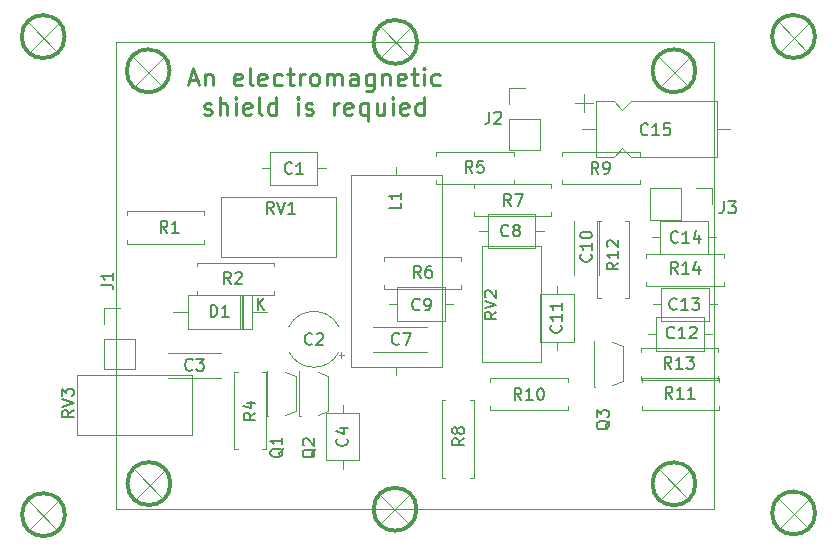
<source format=gbr>
%TF.GenerationSoftware,KiCad,Pcbnew,5.1.9*%
%TF.CreationDate,2021-08-01T18:05:45+02:00*%
%TF.ProjectId,DonwConvertor,446f6e77-436f-46e7-9665-72746f722e6b,rev?*%
%TF.SameCoordinates,Original*%
%TF.FileFunction,Legend,Top*%
%TF.FilePolarity,Positive*%
%FSLAX45Y45*%
G04 Gerber Fmt 4.5, Leading zero omitted, Abs format (unit mm)*
G04 Created by KiCad (PCBNEW 5.1.9) date 2021-08-01 18:05:45*
%MOMM*%
%LPD*%
G01*
G04 APERTURE LIST*
%ADD10C,0.120000*%
%ADD11C,0.300000*%
%ADD12C,0.250000*%
%ADD13C,0.150000*%
G04 APERTURE END LIST*
D10*
X8091170Y-6295390D02*
X7829550Y-6557010D01*
X8077200Y-6557010D02*
X7824470Y-6296660D01*
X8098790Y-2338070D02*
X7837170Y-2599690D01*
X8084820Y-2599690D02*
X7832090Y-2339340D01*
X5598160Y-2471420D02*
X5598160Y-6428740D01*
X10656570Y-2471420D02*
X5598160Y-2471420D01*
X10656570Y-6428740D02*
X10656570Y-2471420D01*
X5600700Y-6428740D02*
X10656570Y-6428740D01*
X6000750Y-6351270D02*
X5748020Y-6090920D01*
D11*
X6055431Y-6211570D02*
G75*
G03*
X6055431Y-6211570I-181681J0D01*
G01*
D10*
X6014720Y-6089650D02*
X5753100Y-6351270D01*
X5994400Y-2856230D02*
X5741670Y-2595880D01*
D11*
X6049081Y-2716530D02*
G75*
G03*
X6049081Y-2716530I-181681J0D01*
G01*
D10*
X6008370Y-2594610D02*
X5746750Y-2856230D01*
X10445750Y-6352540D02*
X10193020Y-6092190D01*
D11*
X10500431Y-6212840D02*
G75*
G03*
X10500431Y-6212840I-181681J0D01*
G01*
D10*
X10459720Y-6090920D02*
X10198100Y-6352540D01*
X10445750Y-2856230D02*
X10193020Y-2595880D01*
D11*
X10500431Y-2716530D02*
G75*
G03*
X10500431Y-2716530I-181681J0D01*
G01*
D10*
X10459720Y-2594610D02*
X10198100Y-2856230D01*
D12*
X6215116Y-2798140D02*
X6286544Y-2798140D01*
X6200830Y-2840997D02*
X6250830Y-2690997D01*
X6300830Y-2840997D01*
X6350830Y-2740997D02*
X6350830Y-2840997D01*
X6350830Y-2755283D02*
X6357973Y-2748140D01*
X6372258Y-2740997D01*
X6393687Y-2740997D01*
X6407973Y-2748140D01*
X6415116Y-2762426D01*
X6415116Y-2840997D01*
X6657973Y-2833854D02*
X6643687Y-2840997D01*
X6615116Y-2840997D01*
X6600830Y-2833854D01*
X6593687Y-2819568D01*
X6593687Y-2762426D01*
X6600830Y-2748140D01*
X6615116Y-2740997D01*
X6643687Y-2740997D01*
X6657973Y-2748140D01*
X6665116Y-2762426D01*
X6665116Y-2776711D01*
X6593687Y-2790997D01*
X6750830Y-2840997D02*
X6736544Y-2833854D01*
X6729401Y-2819568D01*
X6729401Y-2690997D01*
X6865116Y-2833854D02*
X6850830Y-2840997D01*
X6822258Y-2840997D01*
X6807973Y-2833854D01*
X6800830Y-2819568D01*
X6800830Y-2762426D01*
X6807973Y-2748140D01*
X6822258Y-2740997D01*
X6850830Y-2740997D01*
X6865116Y-2748140D01*
X6872258Y-2762426D01*
X6872258Y-2776711D01*
X6800830Y-2790997D01*
X7000830Y-2833854D02*
X6986544Y-2840997D01*
X6957973Y-2840997D01*
X6943687Y-2833854D01*
X6936544Y-2826711D01*
X6929401Y-2812426D01*
X6929401Y-2769569D01*
X6936544Y-2755283D01*
X6943687Y-2748140D01*
X6957973Y-2740997D01*
X6986544Y-2740997D01*
X7000830Y-2748140D01*
X7043687Y-2740997D02*
X7100830Y-2740997D01*
X7065116Y-2690997D02*
X7065116Y-2819568D01*
X7072258Y-2833854D01*
X7086544Y-2840997D01*
X7100830Y-2840997D01*
X7150830Y-2840997D02*
X7150830Y-2740997D01*
X7150830Y-2769569D02*
X7157973Y-2755283D01*
X7165116Y-2748140D01*
X7179401Y-2740997D01*
X7193687Y-2740997D01*
X7265116Y-2840997D02*
X7250830Y-2833854D01*
X7243687Y-2826711D01*
X7236544Y-2812426D01*
X7236544Y-2769569D01*
X7243687Y-2755283D01*
X7250830Y-2748140D01*
X7265116Y-2740997D01*
X7286544Y-2740997D01*
X7300830Y-2748140D01*
X7307973Y-2755283D01*
X7315116Y-2769569D01*
X7315116Y-2812426D01*
X7307973Y-2826711D01*
X7300830Y-2833854D01*
X7286544Y-2840997D01*
X7265116Y-2840997D01*
X7379401Y-2840997D02*
X7379401Y-2740997D01*
X7379401Y-2755283D02*
X7386544Y-2748140D01*
X7400830Y-2740997D01*
X7422258Y-2740997D01*
X7436544Y-2748140D01*
X7443687Y-2762426D01*
X7443687Y-2840997D01*
X7443687Y-2762426D02*
X7450830Y-2748140D01*
X7465116Y-2740997D01*
X7486544Y-2740997D01*
X7500830Y-2748140D01*
X7507973Y-2762426D01*
X7507973Y-2840997D01*
X7643687Y-2840997D02*
X7643687Y-2762426D01*
X7636544Y-2748140D01*
X7622258Y-2740997D01*
X7593687Y-2740997D01*
X7579401Y-2748140D01*
X7643687Y-2833854D02*
X7629401Y-2840997D01*
X7593687Y-2840997D01*
X7579401Y-2833854D01*
X7572258Y-2819568D01*
X7572258Y-2805283D01*
X7579401Y-2790997D01*
X7593687Y-2783854D01*
X7629401Y-2783854D01*
X7643687Y-2776711D01*
X7779401Y-2740997D02*
X7779401Y-2862426D01*
X7772258Y-2876711D01*
X7765116Y-2883854D01*
X7750830Y-2890997D01*
X7729401Y-2890997D01*
X7715116Y-2883854D01*
X7779401Y-2833854D02*
X7765116Y-2840997D01*
X7736544Y-2840997D01*
X7722258Y-2833854D01*
X7715116Y-2826711D01*
X7707973Y-2812426D01*
X7707973Y-2769569D01*
X7715116Y-2755283D01*
X7722258Y-2748140D01*
X7736544Y-2740997D01*
X7765116Y-2740997D01*
X7779401Y-2748140D01*
X7850830Y-2740997D02*
X7850830Y-2840997D01*
X7850830Y-2755283D02*
X7857973Y-2748140D01*
X7872258Y-2740997D01*
X7893687Y-2740997D01*
X7907973Y-2748140D01*
X7915116Y-2762426D01*
X7915116Y-2840997D01*
X8043687Y-2833854D02*
X8029401Y-2840997D01*
X8000830Y-2840997D01*
X7986544Y-2833854D01*
X7979401Y-2819568D01*
X7979401Y-2762426D01*
X7986544Y-2748140D01*
X8000830Y-2740997D01*
X8029401Y-2740997D01*
X8043687Y-2748140D01*
X8050830Y-2762426D01*
X8050830Y-2776711D01*
X7979401Y-2790997D01*
X8093687Y-2740997D02*
X8150830Y-2740997D01*
X8115116Y-2690997D02*
X8115116Y-2819568D01*
X8122258Y-2833854D01*
X8136544Y-2840997D01*
X8150830Y-2840997D01*
X8200830Y-2840997D02*
X8200830Y-2740997D01*
X8200830Y-2690997D02*
X8193687Y-2698140D01*
X8200830Y-2705283D01*
X8207973Y-2698140D01*
X8200830Y-2690997D01*
X8200830Y-2705283D01*
X8336544Y-2833854D02*
X8322258Y-2840997D01*
X8293687Y-2840997D01*
X8279401Y-2833854D01*
X8272258Y-2826711D01*
X8265116Y-2812426D01*
X8265116Y-2769569D01*
X8272258Y-2755283D01*
X8279401Y-2748140D01*
X8293687Y-2740997D01*
X8322258Y-2740997D01*
X8336544Y-2748140D01*
X6343687Y-3083854D02*
X6357973Y-3090997D01*
X6386544Y-3090997D01*
X6400830Y-3083854D01*
X6407973Y-3069568D01*
X6407973Y-3062426D01*
X6400830Y-3048140D01*
X6386544Y-3040997D01*
X6365116Y-3040997D01*
X6350830Y-3033854D01*
X6343687Y-3019568D01*
X6343687Y-3012426D01*
X6350830Y-2998140D01*
X6365116Y-2990997D01*
X6386544Y-2990997D01*
X6400830Y-2998140D01*
X6472258Y-3090997D02*
X6472258Y-2940997D01*
X6536544Y-3090997D02*
X6536544Y-3012426D01*
X6529401Y-2998140D01*
X6515116Y-2990997D01*
X6493687Y-2990997D01*
X6479401Y-2998140D01*
X6472258Y-3005283D01*
X6607973Y-3090997D02*
X6607973Y-2990997D01*
X6607973Y-2940997D02*
X6600830Y-2948140D01*
X6607973Y-2955283D01*
X6615116Y-2948140D01*
X6607973Y-2940997D01*
X6607973Y-2955283D01*
X6736544Y-3083854D02*
X6722258Y-3090997D01*
X6693687Y-3090997D01*
X6679401Y-3083854D01*
X6672258Y-3069568D01*
X6672258Y-3012426D01*
X6679401Y-2998140D01*
X6693687Y-2990997D01*
X6722258Y-2990997D01*
X6736544Y-2998140D01*
X6743687Y-3012426D01*
X6743687Y-3026711D01*
X6672258Y-3040997D01*
X6829401Y-3090997D02*
X6815116Y-3083854D01*
X6807973Y-3069568D01*
X6807973Y-2940997D01*
X6950830Y-3090997D02*
X6950830Y-2940997D01*
X6950830Y-3083854D02*
X6936544Y-3090997D01*
X6907973Y-3090997D01*
X6893687Y-3083854D01*
X6886544Y-3076711D01*
X6879401Y-3062426D01*
X6879401Y-3019568D01*
X6886544Y-3005283D01*
X6893687Y-2998140D01*
X6907973Y-2990997D01*
X6936544Y-2990997D01*
X6950830Y-2998140D01*
X7136544Y-3090997D02*
X7136544Y-2990997D01*
X7136544Y-2940997D02*
X7129401Y-2948140D01*
X7136544Y-2955283D01*
X7143687Y-2948140D01*
X7136544Y-2940997D01*
X7136544Y-2955283D01*
X7200830Y-3083854D02*
X7215116Y-3090997D01*
X7243687Y-3090997D01*
X7257973Y-3083854D01*
X7265116Y-3069568D01*
X7265116Y-3062426D01*
X7257973Y-3048140D01*
X7243687Y-3040997D01*
X7222258Y-3040997D01*
X7207973Y-3033854D01*
X7200830Y-3019568D01*
X7200830Y-3012426D01*
X7207973Y-2998140D01*
X7222258Y-2990997D01*
X7243687Y-2990997D01*
X7257973Y-2998140D01*
X7443687Y-3090997D02*
X7443687Y-2990997D01*
X7443687Y-3019568D02*
X7450830Y-3005283D01*
X7457973Y-2998140D01*
X7472258Y-2990997D01*
X7486544Y-2990997D01*
X7593687Y-3083854D02*
X7579401Y-3090997D01*
X7550830Y-3090997D01*
X7536544Y-3083854D01*
X7529401Y-3069568D01*
X7529401Y-3012426D01*
X7536544Y-2998140D01*
X7550830Y-2990997D01*
X7579401Y-2990997D01*
X7593687Y-2998140D01*
X7600830Y-3012426D01*
X7600830Y-3026711D01*
X7529401Y-3040997D01*
X7729401Y-2990997D02*
X7729401Y-3140997D01*
X7729401Y-3083854D02*
X7715116Y-3090997D01*
X7686544Y-3090997D01*
X7672258Y-3083854D01*
X7665116Y-3076711D01*
X7657973Y-3062426D01*
X7657973Y-3019568D01*
X7665116Y-3005283D01*
X7672258Y-2998140D01*
X7686544Y-2990997D01*
X7715116Y-2990997D01*
X7729401Y-2998140D01*
X7865116Y-2990997D02*
X7865116Y-3090997D01*
X7800830Y-2990997D02*
X7800830Y-3069568D01*
X7807973Y-3083854D01*
X7822258Y-3090997D01*
X7843687Y-3090997D01*
X7857973Y-3083854D01*
X7865116Y-3076711D01*
X7936544Y-3090997D02*
X7936544Y-2990997D01*
X7936544Y-2940997D02*
X7929401Y-2948140D01*
X7936544Y-2955283D01*
X7943687Y-2948140D01*
X7936544Y-2940997D01*
X7936544Y-2955283D01*
X8065116Y-3083854D02*
X8050830Y-3090997D01*
X8022258Y-3090997D01*
X8007973Y-3083854D01*
X8000830Y-3069568D01*
X8000830Y-3012426D01*
X8007973Y-2998140D01*
X8022258Y-2990997D01*
X8050830Y-2990997D01*
X8065116Y-2998140D01*
X8072258Y-3012426D01*
X8072258Y-3026711D01*
X8000830Y-3040997D01*
X8200830Y-3090997D02*
X8200830Y-2940997D01*
X8200830Y-3083854D02*
X8186544Y-3090997D01*
X8157973Y-3090997D01*
X8143687Y-3083854D01*
X8136544Y-3076711D01*
X8129401Y-3062426D01*
X8129401Y-3019568D01*
X8136544Y-3005283D01*
X8143687Y-2998140D01*
X8157973Y-2990997D01*
X8186544Y-2990997D01*
X8200830Y-2998140D01*
D10*
X5115560Y-6348730D02*
X4853940Y-6610350D01*
X5101590Y-6610350D02*
X4848860Y-6350000D01*
X11459210Y-6598920D02*
X11206480Y-6338570D01*
D11*
X11513891Y-6459220D02*
G75*
G03*
X11513891Y-6459220I-181681J0D01*
G01*
D10*
X11473180Y-6337300D02*
X11211560Y-6598920D01*
X11471910Y-2303780D02*
X11210290Y-2565400D01*
D11*
X11512621Y-2425700D02*
G75*
G03*
X11512621Y-2425700I-181681J0D01*
G01*
D10*
X11457940Y-2565400D02*
X11205210Y-2305050D01*
D11*
X5162621Y-6474460D02*
G75*
G03*
X5162621Y-6474460I-181681J0D01*
G01*
D10*
X5105400Y-2566670D02*
X4852670Y-2306320D01*
X5119370Y-2305050D02*
X4857750Y-2566670D01*
D11*
X5160081Y-2426970D02*
G75*
G03*
X5160081Y-2426970I-181681J0D01*
G01*
X8139430Y-6428740D02*
G75*
G03*
X8139430Y-6428740I-181681J0D01*
G01*
X8144510Y-2471420D02*
G75*
G03*
X8144510Y-2471420I-185491J0D01*
G01*
D10*
%TO.C,J2*%
X8920830Y-3382930D02*
X9186830Y-3382930D01*
X8920830Y-3122930D02*
X8920830Y-3382930D01*
X9186830Y-3122930D02*
X9186830Y-3382930D01*
X8920830Y-3122930D02*
X9186830Y-3122930D01*
X8920830Y-2995930D02*
X8920830Y-2862930D01*
X8920830Y-2862930D02*
X9053830Y-2862930D01*
%TO.C,R9*%
X10028530Y-3676490D02*
X10028530Y-3643490D01*
X9374530Y-3676490D02*
X10028530Y-3676490D01*
X9374530Y-3643490D02*
X9374530Y-3676490D01*
X10028530Y-3402490D02*
X10028530Y-3435490D01*
X9374530Y-3402490D02*
X10028530Y-3402490D01*
X9374530Y-3435490D02*
X9374530Y-3402490D01*
%TO.C,R5*%
X8961730Y-3643490D02*
X8961730Y-3676490D01*
X8961730Y-3676490D02*
X8307730Y-3676490D01*
X8307730Y-3676490D02*
X8307730Y-3643490D01*
X8961730Y-3435490D02*
X8961730Y-3402490D01*
X8961730Y-3402490D02*
X8307730Y-3402490D01*
X8307730Y-3402490D02*
X8307730Y-3435490D01*
%TO.C,C11*%
X9186150Y-5014380D02*
X9470150Y-5014380D01*
X9470150Y-5014380D02*
X9470150Y-4610380D01*
X9470150Y-4610380D02*
X9186150Y-4610380D01*
X9186150Y-4610380D02*
X9186150Y-5014380D01*
X9328150Y-5083380D02*
X9328150Y-5014380D01*
X9328150Y-4541380D02*
X9328150Y-4610380D01*
%TO.C,R7*%
X9276690Y-3947000D02*
X9276690Y-3914000D01*
X8622690Y-3947000D02*
X9276690Y-3947000D01*
X8622690Y-3914000D02*
X8622690Y-3947000D01*
X9276690Y-3673000D02*
X9276690Y-3706000D01*
X8622690Y-3673000D02*
X9276690Y-3673000D01*
X8622690Y-3706000D02*
X8622690Y-3673000D01*
%TO.C,C8*%
X8741690Y-3930890D02*
X8741690Y-4214890D01*
X8741690Y-4214890D02*
X9145690Y-4214890D01*
X9145690Y-4214890D02*
X9145690Y-3930890D01*
X9145690Y-3930890D02*
X8741690Y-3930890D01*
X8672690Y-4072890D02*
X8741690Y-4072890D01*
X9214690Y-4072890D02*
X9145690Y-4072890D01*
%TO.C,RV2*%
X9196840Y-5181150D02*
X9196840Y-4204150D01*
X8689840Y-5181150D02*
X8689840Y-4204150D01*
X9196840Y-4204150D02*
X8689840Y-4204150D01*
X9196840Y-5181150D02*
X8689840Y-5181150D01*
%TO.C,C9*%
X7904910Y-4692650D02*
X7973910Y-4692650D01*
X8446910Y-4692650D02*
X8377910Y-4692650D01*
X7973910Y-4834650D02*
X8377910Y-4834650D01*
X7973910Y-4550650D02*
X7973910Y-4834650D01*
X8377910Y-4550650D02*
X7973910Y-4550650D01*
X8377910Y-4834650D02*
X8377910Y-4550650D01*
%TO.C,R11*%
X10047630Y-5348110D02*
X10047630Y-5315110D01*
X10047630Y-5315110D02*
X10701630Y-5315110D01*
X10701630Y-5315110D02*
X10701630Y-5348110D01*
X10047630Y-5556110D02*
X10047630Y-5589110D01*
X10047630Y-5589110D02*
X10701630Y-5589110D01*
X10701630Y-5589110D02*
X10701630Y-5556110D01*
%TO.C,D1*%
X6669730Y-4905690D02*
X6669730Y-4611690D01*
X6645730Y-4905690D02*
X6645730Y-4611690D01*
X6657730Y-4905690D02*
X6657730Y-4611690D01*
X6081730Y-4758690D02*
X6203730Y-4758690D01*
X6869730Y-4758690D02*
X6747730Y-4758690D01*
X6203730Y-4905690D02*
X6747730Y-4905690D01*
X6203730Y-4611690D02*
X6203730Y-4905690D01*
X6747730Y-4611690D02*
X6203730Y-4611690D01*
X6747730Y-4905690D02*
X6747730Y-4611690D01*
%TO.C,L1*%
X7967980Y-5292710D02*
X7967980Y-5222710D01*
X7967980Y-3528710D02*
X7967980Y-3598710D01*
X8354980Y-5222710D02*
X8354980Y-3598710D01*
X7580980Y-5222710D02*
X8354980Y-5222710D01*
X7580980Y-3598710D02*
X7580980Y-5222710D01*
X8354980Y-3598710D02*
X7580980Y-3598710D01*
%TO.C,J1*%
X5491830Y-4723480D02*
X5624830Y-4723480D01*
X5491830Y-4856480D02*
X5491830Y-4723480D01*
X5491830Y-4983480D02*
X5757830Y-4983480D01*
X5757830Y-4983480D02*
X5757830Y-5243480D01*
X5491830Y-4983480D02*
X5491830Y-5243480D01*
X5491830Y-5243480D02*
X5757830Y-5243480D01*
%TO.C,C15*%
X10795590Y-3211830D02*
X10681590Y-3211830D01*
X9543590Y-3211830D02*
X9657590Y-3211830D01*
X9957590Y-3448830D02*
X10681590Y-3448830D01*
X9882590Y-3373830D02*
X9957590Y-3448830D01*
X9807590Y-3448830D02*
X9882590Y-3373830D01*
X9657590Y-3448830D02*
X9807590Y-3448830D01*
X9957590Y-2974830D02*
X10681590Y-2974830D01*
X9882590Y-3049830D02*
X9957590Y-2974830D01*
X9807590Y-2974830D02*
X9882590Y-3049830D01*
X9657590Y-2974830D02*
X9807590Y-2974830D01*
X10681590Y-2974830D02*
X10681590Y-3448830D01*
X9657590Y-2974830D02*
X9657590Y-3448830D01*
X9557590Y-2916830D02*
X9557590Y-3066830D01*
X9482590Y-2991830D02*
X9632590Y-2991830D01*
%TO.C,R2*%
X6280810Y-4339750D02*
X6280810Y-4372750D01*
X6934810Y-4339750D02*
X6280810Y-4339750D01*
X6934810Y-4372750D02*
X6934810Y-4339750D01*
X6280810Y-4613750D02*
X6280810Y-4580750D01*
X6934810Y-4613750D02*
X6280810Y-4613750D01*
X6934810Y-4580750D02*
X6934810Y-4613750D01*
%TO.C,RV1*%
X7458260Y-3788910D02*
X7458260Y-4295910D01*
X6481260Y-3788910D02*
X6481260Y-4295910D01*
X7458260Y-4295910D02*
X6481260Y-4295910D01*
X7458260Y-3788910D02*
X6481260Y-3788910D01*
%TO.C,C14*%
X10676460Y-4127500D02*
X10607460Y-4127500D01*
X10134460Y-4127500D02*
X10203460Y-4127500D01*
X10607460Y-3985500D02*
X10203460Y-3985500D01*
X10607460Y-4269500D02*
X10607460Y-3985500D01*
X10203460Y-4269500D02*
X10607460Y-4269500D01*
X10203460Y-3985500D02*
X10203460Y-4269500D01*
%TO.C,C4*%
X7514590Y-6084140D02*
X7514590Y-6015140D01*
X7514590Y-5542140D02*
X7514590Y-5611140D01*
X7656590Y-6015140D02*
X7656590Y-5611140D01*
X7372590Y-6015140D02*
X7656590Y-6015140D01*
X7372590Y-5611140D02*
X7372590Y-6015140D01*
X7656590Y-5611140D02*
X7372590Y-5611140D01*
%TO.C,C1*%
X7300950Y-3684030D02*
X7300950Y-3400030D01*
X7300950Y-3400030D02*
X6896950Y-3400030D01*
X6896950Y-3400030D02*
X6896950Y-3684030D01*
X6896950Y-3684030D02*
X7300950Y-3684030D01*
X7369950Y-3542030D02*
X7300950Y-3542030D01*
X6827950Y-3542030D02*
X6896950Y-3542030D01*
%TO.C,C12*%
X10166630Y-4800840D02*
X10166630Y-5084840D01*
X10166630Y-5084840D02*
X10570630Y-5084840D01*
X10570630Y-5084840D02*
X10570630Y-4800840D01*
X10570630Y-4800840D02*
X10166630Y-4800840D01*
X10097630Y-4942840D02*
X10166630Y-4942840D01*
X10639630Y-4942840D02*
X10570630Y-4942840D01*
%TO.C,Q3*%
X9639390Y-5004840D02*
X9639390Y-5389840D01*
X9639390Y-5389840D02*
X9654390Y-5392840D01*
X9794390Y-5377840D02*
X9884390Y-5344840D01*
X9884390Y-5344840D02*
X9884390Y-5049840D01*
X9884390Y-5049840D02*
X9794390Y-5012840D01*
%TO.C,R1*%
X6342990Y-4146410D02*
X6342990Y-4179410D01*
X6342990Y-4179410D02*
X5688990Y-4179410D01*
X5688990Y-4179410D02*
X5688990Y-4146410D01*
X6342990Y-3938410D02*
X6342990Y-3905410D01*
X6342990Y-3905410D02*
X5688990Y-3905410D01*
X5688990Y-3905410D02*
X5688990Y-3938410D01*
%TO.C,R4*%
X6833730Y-5268620D02*
X6866730Y-5268620D01*
X6866730Y-5268620D02*
X6866730Y-5922620D01*
X6866730Y-5922620D02*
X6833730Y-5922620D01*
X6625730Y-5268620D02*
X6592730Y-5268620D01*
X6592730Y-5268620D02*
X6592730Y-5922620D01*
X6592730Y-5922620D02*
X6625730Y-5922620D01*
%TO.C,R10*%
X8764930Y-5315110D02*
X8764930Y-5348110D01*
X9418930Y-5315110D02*
X8764930Y-5315110D01*
X9418930Y-5348110D02*
X9418930Y-5315110D01*
X8764930Y-5589110D02*
X8764930Y-5556110D01*
X9418930Y-5589110D02*
X8764930Y-5589110D01*
X9418930Y-5556110D02*
X9418930Y-5589110D01*
%TO.C,R13*%
X10038740Y-5094110D02*
X10038740Y-5061110D01*
X10038740Y-5061110D02*
X10692740Y-5061110D01*
X10692740Y-5061110D02*
X10692740Y-5094110D01*
X10038740Y-5302110D02*
X10038740Y-5335110D01*
X10038740Y-5335110D02*
X10692740Y-5335110D01*
X10692740Y-5335110D02*
X10692740Y-5302110D01*
%TO.C,J3*%
X10639710Y-3712560D02*
X10639710Y-3845560D01*
X10506710Y-3712560D02*
X10639710Y-3712560D01*
X10379710Y-3712560D02*
X10379710Y-3978560D01*
X10379710Y-3978560D02*
X10119710Y-3978560D01*
X10379710Y-3712560D02*
X10119710Y-3712560D01*
X10119710Y-3712560D02*
X10119710Y-3978560D01*
%TO.C,Q1*%
X7115790Y-5300030D02*
X7025790Y-5263030D01*
X7115790Y-5595030D02*
X7115790Y-5300030D01*
X7025790Y-5628030D02*
X7115790Y-5595030D01*
X6870790Y-5640030D02*
X6885790Y-5643030D01*
X6870790Y-5255030D02*
X6870790Y-5640030D01*
%TO.C,Q2*%
X7146380Y-5255030D02*
X7146380Y-5640030D01*
X7146380Y-5640030D02*
X7161380Y-5643030D01*
X7301380Y-5628030D02*
X7391380Y-5595030D01*
X7391380Y-5595030D02*
X7391380Y-5300030D01*
X7391380Y-5300030D02*
X7301380Y-5263030D01*
%TO.C,C2*%
X7502169Y-5145830D02*
X7502169Y-5100830D01*
X7524669Y-5123330D02*
X7479669Y-5123330D01*
X7058966Y-5095830D02*
G75*
G03*
X7482914Y-5095830I211974J106000D01*
G01*
X7058966Y-4883830D02*
G75*
G02*
X7482914Y-4883830I211974J-106000D01*
G01*
%TO.C,C3*%
X6031750Y-5104040D02*
X6031750Y-5102540D01*
X6031750Y-5316540D02*
X6031750Y-5315040D01*
X6485750Y-5104040D02*
X6485750Y-5102540D01*
X6485750Y-5316540D02*
X6485750Y-5315040D01*
X6485750Y-5102540D02*
X6031750Y-5102540D01*
X6485750Y-5316540D02*
X6031750Y-5316540D01*
%TO.C,R6*%
X8514690Y-4565490D02*
X8514690Y-4532490D01*
X7860690Y-4565490D02*
X8514690Y-4565490D01*
X7860690Y-4532490D02*
X7860690Y-4565490D01*
X8514690Y-4291490D02*
X8514690Y-4324490D01*
X7860690Y-4291490D02*
X8514690Y-4291490D01*
X7860690Y-4324490D02*
X7860690Y-4291490D01*
%TO.C,RV3*%
X5264600Y-5800860D02*
X6241600Y-5800860D01*
X5264600Y-5293860D02*
X6241600Y-5293860D01*
X6241600Y-5800860D02*
X6241600Y-5293860D01*
X5264600Y-5800860D02*
X5264600Y-5293860D01*
%TO.C,C7*%
X8225270Y-5098100D02*
X7771270Y-5098100D01*
X8225270Y-4884100D02*
X7771270Y-4884100D01*
X8225270Y-5098100D02*
X8225270Y-5096600D01*
X8225270Y-4885600D02*
X8225270Y-4884100D01*
X7771270Y-5098100D02*
X7771270Y-5096600D01*
X7771270Y-4885600D02*
X7771270Y-4884100D01*
%TO.C,R8*%
X8592680Y-5506110D02*
X8625680Y-5506110D01*
X8625680Y-5506110D02*
X8625680Y-6160110D01*
X8625680Y-6160110D02*
X8592680Y-6160110D01*
X8384680Y-5506110D02*
X8351680Y-5506110D01*
X8351680Y-5506110D02*
X8351680Y-6160110D01*
X8351680Y-6160110D02*
X8384680Y-6160110D01*
%TO.C,C10*%
X9475380Y-4444480D02*
X9473880Y-4444480D01*
X9687880Y-4444480D02*
X9686380Y-4444480D01*
X9475380Y-3990480D02*
X9473880Y-3990480D01*
X9687880Y-3990480D02*
X9686380Y-3990480D01*
X9473880Y-3990480D02*
X9473880Y-4444480D01*
X9687880Y-3990480D02*
X9687880Y-4444480D01*
%TO.C,C13*%
X10142650Y-4695190D02*
X10211650Y-4695190D01*
X10684650Y-4695190D02*
X10615650Y-4695190D01*
X10211650Y-4837190D02*
X10615650Y-4837190D01*
X10211650Y-4553190D02*
X10211650Y-4837190D01*
X10615650Y-4553190D02*
X10211650Y-4553190D01*
X10615650Y-4837190D02*
X10615650Y-4553190D01*
%TO.C,R12*%
X9664860Y-4641190D02*
X9697860Y-4641190D01*
X9664860Y-3987190D02*
X9664860Y-4641190D01*
X9697860Y-3987190D02*
X9664860Y-3987190D01*
X9938860Y-4641190D02*
X9905860Y-4641190D01*
X9938860Y-3987190D02*
X9938860Y-4641190D01*
X9905860Y-3987190D02*
X9938860Y-3987190D01*
%TO.C,R14*%
X10739730Y-4507090D02*
X10739730Y-4540090D01*
X10739730Y-4540090D02*
X10085730Y-4540090D01*
X10085730Y-4540090D02*
X10085730Y-4507090D01*
X10739730Y-4299090D02*
X10739730Y-4266090D01*
X10739730Y-4266090D02*
X10085730Y-4266090D01*
X10085730Y-4266090D02*
X10085730Y-4299090D01*
%TO.C,J2*%
D13*
X8756337Y-3063088D02*
X8756337Y-3134517D01*
X8751575Y-3148802D01*
X8742051Y-3158326D01*
X8727765Y-3163088D01*
X8718241Y-3163088D01*
X8799194Y-3072612D02*
X8803956Y-3067850D01*
X8813480Y-3063088D01*
X8837289Y-3063088D01*
X8846813Y-3067850D01*
X8851575Y-3072612D01*
X8856337Y-3082136D01*
X8856337Y-3091659D01*
X8851575Y-3105945D01*
X8794432Y-3163088D01*
X8856337Y-3163088D01*
%TO.C,R9*%
X9679783Y-3589808D02*
X9646450Y-3542189D01*
X9622640Y-3589808D02*
X9622640Y-3489808D01*
X9660736Y-3489808D01*
X9670260Y-3494570D01*
X9675021Y-3499332D01*
X9679783Y-3508856D01*
X9679783Y-3523141D01*
X9675021Y-3532665D01*
X9670260Y-3537427D01*
X9660736Y-3542189D01*
X9622640Y-3542189D01*
X9727402Y-3589808D02*
X9746450Y-3589808D01*
X9755974Y-3585046D01*
X9760736Y-3580284D01*
X9770260Y-3565998D01*
X9775021Y-3546951D01*
X9775021Y-3508856D01*
X9770260Y-3499332D01*
X9765498Y-3494570D01*
X9755974Y-3489808D01*
X9736926Y-3489808D01*
X9727402Y-3494570D01*
X9722640Y-3499332D01*
X9717879Y-3508856D01*
X9717879Y-3532665D01*
X9722640Y-3542189D01*
X9727402Y-3546951D01*
X9736926Y-3551713D01*
X9755974Y-3551713D01*
X9765498Y-3546951D01*
X9770260Y-3542189D01*
X9775021Y-3532665D01*
%TO.C,R5*%
X8612983Y-3579648D02*
X8579650Y-3532029D01*
X8555840Y-3579648D02*
X8555840Y-3479648D01*
X8593936Y-3479648D01*
X8603460Y-3484410D01*
X8608221Y-3489172D01*
X8612983Y-3498696D01*
X8612983Y-3512981D01*
X8608221Y-3522505D01*
X8603460Y-3527267D01*
X8593936Y-3532029D01*
X8555840Y-3532029D01*
X8703460Y-3479648D02*
X8655840Y-3479648D01*
X8651079Y-3527267D01*
X8655840Y-3522505D01*
X8665364Y-3517743D01*
X8689174Y-3517743D01*
X8698698Y-3522505D01*
X8703460Y-3527267D01*
X8708221Y-3536791D01*
X8708221Y-3560600D01*
X8703460Y-3570124D01*
X8698698Y-3574886D01*
X8689174Y-3579648D01*
X8665364Y-3579648D01*
X8655840Y-3574886D01*
X8651079Y-3570124D01*
%TO.C,C11*%
X9360054Y-4871236D02*
X9364816Y-4875998D01*
X9369578Y-4890283D01*
X9369578Y-4899807D01*
X9364816Y-4914093D01*
X9355292Y-4923617D01*
X9345769Y-4928379D01*
X9326721Y-4933140D01*
X9312435Y-4933140D01*
X9293388Y-4928379D01*
X9283864Y-4923617D01*
X9274340Y-4914093D01*
X9269578Y-4899807D01*
X9269578Y-4890283D01*
X9274340Y-4875998D01*
X9279102Y-4871236D01*
X9369578Y-4775998D02*
X9369578Y-4833140D01*
X9369578Y-4804569D02*
X9269578Y-4804569D01*
X9283864Y-4814093D01*
X9293388Y-4823617D01*
X9298150Y-4833140D01*
X9369578Y-4680760D02*
X9369578Y-4737902D01*
X9369578Y-4709331D02*
X9269578Y-4709331D01*
X9283864Y-4718855D01*
X9293388Y-4728379D01*
X9298150Y-4737902D01*
%TO.C,R7*%
X8938103Y-3860318D02*
X8904770Y-3812699D01*
X8880960Y-3860318D02*
X8880960Y-3760318D01*
X8919056Y-3760318D01*
X8928580Y-3765080D01*
X8933341Y-3769842D01*
X8938103Y-3779366D01*
X8938103Y-3793651D01*
X8933341Y-3803175D01*
X8928580Y-3807937D01*
X8919056Y-3812699D01*
X8880960Y-3812699D01*
X8971437Y-3760318D02*
X9038103Y-3760318D01*
X8995246Y-3860318D01*
%TO.C,C8*%
X8917783Y-4108604D02*
X8913021Y-4113366D01*
X8898736Y-4118128D01*
X8889212Y-4118128D01*
X8874926Y-4113366D01*
X8865402Y-4103842D01*
X8860640Y-4094318D01*
X8855879Y-4075271D01*
X8855879Y-4060985D01*
X8860640Y-4041938D01*
X8865402Y-4032414D01*
X8874926Y-4022890D01*
X8889212Y-4018128D01*
X8898736Y-4018128D01*
X8913021Y-4022890D01*
X8917783Y-4027652D01*
X8974926Y-4060985D02*
X8965402Y-4056223D01*
X8960640Y-4051461D01*
X8955879Y-4041938D01*
X8955879Y-4037176D01*
X8960640Y-4027652D01*
X8965402Y-4022890D01*
X8974926Y-4018128D01*
X8993974Y-4018128D01*
X9003498Y-4022890D01*
X9008260Y-4027652D01*
X9013021Y-4037176D01*
X9013021Y-4041938D01*
X9008260Y-4051461D01*
X9003498Y-4056223D01*
X8993974Y-4060985D01*
X8974926Y-4060985D01*
X8965402Y-4065747D01*
X8960640Y-4070509D01*
X8955879Y-4080033D01*
X8955879Y-4099080D01*
X8960640Y-4108604D01*
X8965402Y-4113366D01*
X8974926Y-4118128D01*
X8993974Y-4118128D01*
X9003498Y-4113366D01*
X9008260Y-4108604D01*
X9013021Y-4099080D01*
X9013021Y-4080033D01*
X9008260Y-4070509D01*
X9003498Y-4065747D01*
X8993974Y-4060985D01*
%TO.C,RV2*%
X8815858Y-4757254D02*
X8768239Y-4790587D01*
X8815858Y-4814397D02*
X8715858Y-4814397D01*
X8715858Y-4776301D01*
X8720620Y-4766778D01*
X8725382Y-4762016D01*
X8734906Y-4757254D01*
X8749191Y-4757254D01*
X8758715Y-4762016D01*
X8763477Y-4766778D01*
X8768239Y-4776301D01*
X8768239Y-4814397D01*
X8715858Y-4728682D02*
X8815858Y-4695349D01*
X8715858Y-4662016D01*
X8725382Y-4633444D02*
X8720620Y-4628682D01*
X8715858Y-4619159D01*
X8715858Y-4595349D01*
X8720620Y-4585825D01*
X8725382Y-4581063D01*
X8734906Y-4576301D01*
X8744430Y-4576301D01*
X8758715Y-4581063D01*
X8815858Y-4638206D01*
X8815858Y-4576301D01*
%TO.C,C9*%
X8165943Y-4735984D02*
X8161181Y-4740746D01*
X8146896Y-4745508D01*
X8137372Y-4745508D01*
X8123086Y-4740746D01*
X8113562Y-4731222D01*
X8108800Y-4721699D01*
X8104038Y-4702651D01*
X8104038Y-4688365D01*
X8108800Y-4669318D01*
X8113562Y-4659794D01*
X8123086Y-4650270D01*
X8137372Y-4645508D01*
X8146896Y-4645508D01*
X8161181Y-4650270D01*
X8165943Y-4655032D01*
X8213562Y-4745508D02*
X8232610Y-4745508D01*
X8242134Y-4740746D01*
X8246896Y-4735984D01*
X8256419Y-4721699D01*
X8261181Y-4702651D01*
X8261181Y-4664556D01*
X8256419Y-4655032D01*
X8251658Y-4650270D01*
X8242134Y-4645508D01*
X8223086Y-4645508D01*
X8213562Y-4650270D01*
X8208800Y-4655032D01*
X8204038Y-4664556D01*
X8204038Y-4688365D01*
X8208800Y-4697889D01*
X8213562Y-4702651D01*
X8223086Y-4707413D01*
X8242134Y-4707413D01*
X8251658Y-4702651D01*
X8256419Y-4697889D01*
X8261181Y-4688365D01*
%TO.C,R11*%
X10305264Y-5492268D02*
X10271931Y-5444649D01*
X10248121Y-5492268D02*
X10248121Y-5392268D01*
X10286217Y-5392268D01*
X10295740Y-5397030D01*
X10300502Y-5401792D01*
X10305264Y-5411316D01*
X10305264Y-5425601D01*
X10300502Y-5435125D01*
X10295740Y-5439887D01*
X10286217Y-5444649D01*
X10248121Y-5444649D01*
X10400502Y-5492268D02*
X10343360Y-5492268D01*
X10371931Y-5492268D02*
X10371931Y-5392268D01*
X10362407Y-5406554D01*
X10352883Y-5416078D01*
X10343360Y-5420840D01*
X10495740Y-5492268D02*
X10438598Y-5492268D01*
X10467169Y-5492268D02*
X10467169Y-5392268D01*
X10457645Y-5406554D01*
X10448121Y-5416078D01*
X10438598Y-5420840D01*
%TO.C,D1*%
X6396840Y-4798848D02*
X6396840Y-4698848D01*
X6420650Y-4698848D01*
X6434936Y-4703610D01*
X6444459Y-4713134D01*
X6449221Y-4722658D01*
X6453983Y-4741705D01*
X6453983Y-4755991D01*
X6449221Y-4775039D01*
X6444459Y-4784562D01*
X6434936Y-4794086D01*
X6420650Y-4798848D01*
X6396840Y-4798848D01*
X6549221Y-4798848D02*
X6492078Y-4798848D01*
X6520650Y-4798848D02*
X6520650Y-4698848D01*
X6511126Y-4713134D01*
X6501602Y-4722658D01*
X6492078Y-4727420D01*
X6794979Y-4737888D02*
X6794979Y-4637888D01*
X6852122Y-4737888D02*
X6809265Y-4680745D01*
X6852122Y-4637888D02*
X6794979Y-4695031D01*
%TO.C,L1*%
X8006868Y-3833017D02*
X8006868Y-3880636D01*
X7906868Y-3880636D01*
X8006868Y-3747302D02*
X8006868Y-3804445D01*
X8006868Y-3775874D02*
X7906868Y-3775874D01*
X7921154Y-3785398D01*
X7930678Y-3794921D01*
X7935439Y-3804445D01*
%TO.C,J1*%
X5471008Y-4527863D02*
X5542437Y-4527863D01*
X5556722Y-4532625D01*
X5566246Y-4542149D01*
X5571008Y-4556435D01*
X5571008Y-4565959D01*
X5571008Y-4427863D02*
X5571008Y-4485006D01*
X5571008Y-4456435D02*
X5471008Y-4456435D01*
X5485294Y-4465959D01*
X5494818Y-4475482D01*
X5499580Y-4485006D01*
%TO.C,C15*%
X10098384Y-3252624D02*
X10093622Y-3257386D01*
X10079337Y-3262148D01*
X10069813Y-3262148D01*
X10055527Y-3257386D01*
X10046003Y-3247862D01*
X10041241Y-3238338D01*
X10036480Y-3219291D01*
X10036480Y-3205005D01*
X10041241Y-3185958D01*
X10046003Y-3176434D01*
X10055527Y-3166910D01*
X10069813Y-3162148D01*
X10079337Y-3162148D01*
X10093622Y-3166910D01*
X10098384Y-3171672D01*
X10193622Y-3262148D02*
X10136480Y-3262148D01*
X10165051Y-3262148D02*
X10165051Y-3162148D01*
X10155527Y-3176434D01*
X10146003Y-3185958D01*
X10136480Y-3190719D01*
X10284099Y-3162148D02*
X10236480Y-3162148D01*
X10231718Y-3209767D01*
X10236480Y-3205005D01*
X10246003Y-3200243D01*
X10269813Y-3200243D01*
X10279337Y-3205005D01*
X10284099Y-3209767D01*
X10288860Y-3219291D01*
X10288860Y-3243100D01*
X10284099Y-3252624D01*
X10279337Y-3257386D01*
X10269813Y-3262148D01*
X10246003Y-3262148D01*
X10236480Y-3257386D01*
X10231718Y-3252624D01*
%TO.C,R2*%
X6565743Y-4521988D02*
X6532410Y-4474369D01*
X6508600Y-4521988D02*
X6508600Y-4421988D01*
X6546696Y-4421988D01*
X6556219Y-4426750D01*
X6560981Y-4431512D01*
X6565743Y-4441036D01*
X6565743Y-4455321D01*
X6560981Y-4464845D01*
X6556219Y-4469607D01*
X6546696Y-4474369D01*
X6508600Y-4474369D01*
X6603838Y-4431512D02*
X6608600Y-4426750D01*
X6618124Y-4421988D01*
X6641934Y-4421988D01*
X6651458Y-4426750D01*
X6656219Y-4431512D01*
X6660981Y-4441036D01*
X6660981Y-4450560D01*
X6656219Y-4464845D01*
X6599077Y-4521988D01*
X6660981Y-4521988D01*
%TO.C,RV1*%
X6930556Y-3925088D02*
X6897223Y-3877469D01*
X6873413Y-3925088D02*
X6873413Y-3825088D01*
X6911508Y-3825088D01*
X6921032Y-3829850D01*
X6925794Y-3834612D01*
X6930556Y-3844136D01*
X6930556Y-3858421D01*
X6925794Y-3867945D01*
X6921032Y-3872707D01*
X6911508Y-3877469D01*
X6873413Y-3877469D01*
X6959128Y-3825088D02*
X6992461Y-3925088D01*
X7025794Y-3825088D01*
X7111508Y-3925088D02*
X7054366Y-3925088D01*
X7082937Y-3925088D02*
X7082937Y-3825088D01*
X7073413Y-3839374D01*
X7063889Y-3848898D01*
X7054366Y-3853659D01*
%TO.C,C14*%
X10352254Y-4163214D02*
X10347492Y-4167976D01*
X10333207Y-4172738D01*
X10323683Y-4172738D01*
X10309397Y-4167976D01*
X10299873Y-4158452D01*
X10295111Y-4148928D01*
X10290350Y-4129881D01*
X10290350Y-4115595D01*
X10295111Y-4096548D01*
X10299873Y-4087024D01*
X10309397Y-4077500D01*
X10323683Y-4072738D01*
X10333207Y-4072738D01*
X10347492Y-4077500D01*
X10352254Y-4082262D01*
X10447492Y-4172738D02*
X10390350Y-4172738D01*
X10418921Y-4172738D02*
X10418921Y-4072738D01*
X10409397Y-4087024D01*
X10399873Y-4096548D01*
X10390350Y-4101309D01*
X10533207Y-4106071D02*
X10533207Y-4172738D01*
X10509397Y-4067976D02*
X10485588Y-4139405D01*
X10547492Y-4139405D01*
%TO.C,C4*%
X7550304Y-5830727D02*
X7555066Y-5835488D01*
X7559828Y-5849774D01*
X7559828Y-5859298D01*
X7555066Y-5873584D01*
X7545542Y-5883108D01*
X7536018Y-5887869D01*
X7516971Y-5892631D01*
X7502685Y-5892631D01*
X7483638Y-5887869D01*
X7474114Y-5883108D01*
X7464590Y-5873584D01*
X7459828Y-5859298D01*
X7459828Y-5849774D01*
X7464590Y-5835488D01*
X7469352Y-5830727D01*
X7493161Y-5745012D02*
X7559828Y-5745012D01*
X7455066Y-5768822D02*
X7526495Y-5792631D01*
X7526495Y-5730727D01*
%TO.C,C1*%
X7083903Y-3580284D02*
X7079141Y-3585046D01*
X7064856Y-3589808D01*
X7055332Y-3589808D01*
X7041046Y-3585046D01*
X7031522Y-3575522D01*
X7026760Y-3565998D01*
X7021998Y-3546951D01*
X7021998Y-3532665D01*
X7026760Y-3513618D01*
X7031522Y-3504094D01*
X7041046Y-3494570D01*
X7055332Y-3489808D01*
X7064856Y-3489808D01*
X7079141Y-3494570D01*
X7083903Y-3499332D01*
X7179141Y-3589808D02*
X7121998Y-3589808D01*
X7150570Y-3589808D02*
X7150570Y-3489808D01*
X7141046Y-3504094D01*
X7131522Y-3513618D01*
X7121998Y-3518379D01*
%TO.C,C12*%
X10320504Y-4973474D02*
X10315742Y-4978236D01*
X10301457Y-4982998D01*
X10291933Y-4982998D01*
X10277647Y-4978236D01*
X10268123Y-4968712D01*
X10263361Y-4959189D01*
X10258600Y-4940141D01*
X10258600Y-4925855D01*
X10263361Y-4906808D01*
X10268123Y-4897284D01*
X10277647Y-4887760D01*
X10291933Y-4882998D01*
X10301457Y-4882998D01*
X10315742Y-4887760D01*
X10320504Y-4892522D01*
X10415742Y-4982998D02*
X10358600Y-4982998D01*
X10387171Y-4982998D02*
X10387171Y-4882998D01*
X10377647Y-4897284D01*
X10368123Y-4906808D01*
X10358600Y-4911570D01*
X10453838Y-4892522D02*
X10458600Y-4887760D01*
X10468123Y-4882998D01*
X10491933Y-4882998D01*
X10501457Y-4887760D01*
X10506219Y-4892522D01*
X10510980Y-4902046D01*
X10510980Y-4911570D01*
X10506219Y-4925855D01*
X10449076Y-4982998D01*
X10510980Y-4982998D01*
%TO.C,Q3*%
X9775342Y-5678804D02*
X9770580Y-5688328D01*
X9761056Y-5697851D01*
X9746770Y-5712137D01*
X9742009Y-5721661D01*
X9742009Y-5731185D01*
X9765818Y-5726423D02*
X9761056Y-5735947D01*
X9751532Y-5745470D01*
X9732485Y-5750232D01*
X9699151Y-5750232D01*
X9680104Y-5745470D01*
X9670580Y-5735947D01*
X9665818Y-5726423D01*
X9665818Y-5707375D01*
X9670580Y-5697851D01*
X9680104Y-5688328D01*
X9699151Y-5683566D01*
X9732485Y-5683566D01*
X9751532Y-5688328D01*
X9761056Y-5697851D01*
X9765818Y-5707375D01*
X9765818Y-5726423D01*
X9665818Y-5650232D02*
X9665818Y-5588328D01*
X9703913Y-5621661D01*
X9703913Y-5607375D01*
X9708675Y-5597851D01*
X9713437Y-5593089D01*
X9722961Y-5588328D01*
X9746770Y-5588328D01*
X9756294Y-5593089D01*
X9761056Y-5597851D01*
X9765818Y-5607375D01*
X9765818Y-5635947D01*
X9761056Y-5645470D01*
X9756294Y-5650232D01*
%TO.C,R1*%
X6029803Y-4087648D02*
X5996470Y-4040029D01*
X5972660Y-4087648D02*
X5972660Y-3987648D01*
X6010756Y-3987648D01*
X6020279Y-3992410D01*
X6025041Y-3997172D01*
X6029803Y-4006696D01*
X6029803Y-4020981D01*
X6025041Y-4030505D01*
X6020279Y-4035267D01*
X6010756Y-4040029D01*
X5972660Y-4040029D01*
X6125041Y-4087648D02*
X6067898Y-4087648D01*
X6096470Y-4087648D02*
X6096470Y-3987648D01*
X6086946Y-4001934D01*
X6077422Y-4011458D01*
X6067898Y-4016219D01*
%TO.C,R4*%
X6774968Y-5612287D02*
X6727349Y-5645620D01*
X6774968Y-5669429D02*
X6674968Y-5669429D01*
X6674968Y-5631334D01*
X6679730Y-5621810D01*
X6684492Y-5617048D01*
X6694016Y-5612287D01*
X6708301Y-5612287D01*
X6717825Y-5617048D01*
X6722587Y-5621810D01*
X6727349Y-5631334D01*
X6727349Y-5669429D01*
X6708301Y-5526572D02*
X6774968Y-5526572D01*
X6670206Y-5550382D02*
X6741635Y-5574191D01*
X6741635Y-5512287D01*
%TO.C,R10*%
X9027644Y-5502428D02*
X8994311Y-5454809D01*
X8970501Y-5502428D02*
X8970501Y-5402428D01*
X9008597Y-5402428D01*
X9018120Y-5407190D01*
X9022882Y-5411952D01*
X9027644Y-5421476D01*
X9027644Y-5435761D01*
X9022882Y-5445285D01*
X9018120Y-5450047D01*
X9008597Y-5454809D01*
X8970501Y-5454809D01*
X9122882Y-5502428D02*
X9065740Y-5502428D01*
X9094311Y-5502428D02*
X9094311Y-5402428D01*
X9084787Y-5416714D01*
X9075263Y-5426238D01*
X9065740Y-5431000D01*
X9184787Y-5402428D02*
X9194311Y-5402428D01*
X9203835Y-5407190D01*
X9208597Y-5411952D01*
X9213359Y-5421476D01*
X9218120Y-5440523D01*
X9218120Y-5464333D01*
X9213359Y-5483380D01*
X9208597Y-5492904D01*
X9203835Y-5497666D01*
X9194311Y-5502428D01*
X9184787Y-5502428D01*
X9175263Y-5497666D01*
X9170501Y-5492904D01*
X9165740Y-5483380D01*
X9160978Y-5464333D01*
X9160978Y-5440523D01*
X9165740Y-5421476D01*
X9170501Y-5411952D01*
X9175263Y-5407190D01*
X9184787Y-5402428D01*
%TO.C,R13*%
X10296374Y-5238268D02*
X10263041Y-5190649D01*
X10239231Y-5238268D02*
X10239231Y-5138268D01*
X10277327Y-5138268D01*
X10286850Y-5143030D01*
X10291612Y-5147792D01*
X10296374Y-5157316D01*
X10296374Y-5171601D01*
X10291612Y-5181125D01*
X10286850Y-5185887D01*
X10277327Y-5190649D01*
X10239231Y-5190649D01*
X10391612Y-5238268D02*
X10334470Y-5238268D01*
X10363041Y-5238268D02*
X10363041Y-5138268D01*
X10353517Y-5152554D01*
X10343993Y-5162078D01*
X10334470Y-5166840D01*
X10424946Y-5138268D02*
X10486850Y-5138268D01*
X10453517Y-5176363D01*
X10467803Y-5176363D01*
X10477327Y-5181125D01*
X10482089Y-5185887D01*
X10486850Y-5195411D01*
X10486850Y-5219220D01*
X10482089Y-5228744D01*
X10477327Y-5233506D01*
X10467803Y-5238268D01*
X10439231Y-5238268D01*
X10429708Y-5233506D01*
X10424946Y-5228744D01*
%TO.C,J3*%
X10742617Y-3821278D02*
X10742617Y-3892707D01*
X10737855Y-3906992D01*
X10728331Y-3916516D01*
X10714045Y-3921278D01*
X10704521Y-3921278D01*
X10780712Y-3821278D02*
X10842617Y-3821278D01*
X10809283Y-3859373D01*
X10823569Y-3859373D01*
X10833093Y-3864135D01*
X10837855Y-3868897D01*
X10842617Y-3878421D01*
X10842617Y-3902230D01*
X10837855Y-3911754D01*
X10833093Y-3916516D01*
X10823569Y-3921278D01*
X10794998Y-3921278D01*
X10785474Y-3916516D01*
X10780712Y-3911754D01*
%TO.C,Q1*%
X7011822Y-5912484D02*
X7007060Y-5922008D01*
X6997536Y-5931531D01*
X6983250Y-5945817D01*
X6978488Y-5955341D01*
X6978488Y-5964865D01*
X7002298Y-5960103D02*
X6997536Y-5969627D01*
X6988012Y-5979150D01*
X6968965Y-5983912D01*
X6935631Y-5983912D01*
X6916584Y-5979150D01*
X6907060Y-5969627D01*
X6902298Y-5960103D01*
X6902298Y-5941055D01*
X6907060Y-5931531D01*
X6916584Y-5922008D01*
X6935631Y-5917246D01*
X6968965Y-5917246D01*
X6988012Y-5922008D01*
X6997536Y-5931531D01*
X7002298Y-5941055D01*
X7002298Y-5960103D01*
X7002298Y-5822008D02*
X7002298Y-5879150D01*
X7002298Y-5850579D02*
X6902298Y-5850579D01*
X6916584Y-5860103D01*
X6926108Y-5869627D01*
X6930869Y-5879150D01*
%TO.C,Q2*%
X7284872Y-5918834D02*
X7280110Y-5928358D01*
X7270586Y-5937881D01*
X7256300Y-5952167D01*
X7251538Y-5961691D01*
X7251538Y-5971215D01*
X7275348Y-5966453D02*
X7270586Y-5975977D01*
X7261062Y-5985500D01*
X7242015Y-5990262D01*
X7208681Y-5990262D01*
X7189634Y-5985500D01*
X7180110Y-5975977D01*
X7175348Y-5966453D01*
X7175348Y-5947405D01*
X7180110Y-5937881D01*
X7189634Y-5928358D01*
X7208681Y-5923596D01*
X7242015Y-5923596D01*
X7261062Y-5928358D01*
X7270586Y-5937881D01*
X7275348Y-5947405D01*
X7275348Y-5966453D01*
X7184872Y-5885500D02*
X7180110Y-5880738D01*
X7175348Y-5871215D01*
X7175348Y-5847405D01*
X7180110Y-5837881D01*
X7184872Y-5833119D01*
X7194396Y-5828358D01*
X7203919Y-5828358D01*
X7218205Y-5833119D01*
X7275348Y-5890262D01*
X7275348Y-5828358D01*
%TO.C,C2*%
X7255353Y-5028084D02*
X7250591Y-5032846D01*
X7236306Y-5037608D01*
X7226782Y-5037608D01*
X7212496Y-5032846D01*
X7202972Y-5023322D01*
X7198210Y-5013799D01*
X7193448Y-4994751D01*
X7193448Y-4980465D01*
X7198210Y-4961418D01*
X7202972Y-4951894D01*
X7212496Y-4942370D01*
X7226782Y-4937608D01*
X7236306Y-4937608D01*
X7250591Y-4942370D01*
X7255353Y-4947132D01*
X7293448Y-4947132D02*
X7298210Y-4942370D01*
X7307734Y-4937608D01*
X7331544Y-4937608D01*
X7341068Y-4942370D01*
X7345829Y-4947132D01*
X7350591Y-4956656D01*
X7350591Y-4966180D01*
X7345829Y-4980465D01*
X7288687Y-5037608D01*
X7350591Y-5037608D01*
%TO.C,C3*%
X6243163Y-5245254D02*
X6238401Y-5250016D01*
X6224116Y-5254778D01*
X6214592Y-5254778D01*
X6200306Y-5250016D01*
X6190782Y-5240492D01*
X6186020Y-5230969D01*
X6181258Y-5211921D01*
X6181258Y-5197635D01*
X6186020Y-5178588D01*
X6190782Y-5169064D01*
X6200306Y-5159540D01*
X6214592Y-5154778D01*
X6224116Y-5154778D01*
X6238401Y-5159540D01*
X6243163Y-5164302D01*
X6276497Y-5154778D02*
X6338401Y-5154778D01*
X6305068Y-5192873D01*
X6319354Y-5192873D01*
X6328878Y-5197635D01*
X6333639Y-5202397D01*
X6338401Y-5211921D01*
X6338401Y-5235730D01*
X6333639Y-5245254D01*
X6328878Y-5250016D01*
X6319354Y-5254778D01*
X6290782Y-5254778D01*
X6281258Y-5250016D01*
X6276497Y-5245254D01*
%TO.C,R6*%
X8176103Y-4468648D02*
X8142770Y-4421029D01*
X8118960Y-4468648D02*
X8118960Y-4368648D01*
X8157056Y-4368648D01*
X8166579Y-4373410D01*
X8171341Y-4378172D01*
X8176103Y-4387696D01*
X8176103Y-4401981D01*
X8171341Y-4411505D01*
X8166579Y-4416267D01*
X8157056Y-4421029D01*
X8118960Y-4421029D01*
X8261818Y-4368648D02*
X8242770Y-4368648D01*
X8233246Y-4373410D01*
X8228484Y-4378172D01*
X8218960Y-4392458D01*
X8214198Y-4411505D01*
X8214198Y-4449600D01*
X8218960Y-4459124D01*
X8223722Y-4463886D01*
X8233246Y-4468648D01*
X8252294Y-4468648D01*
X8261818Y-4463886D01*
X8266579Y-4459124D01*
X8271341Y-4449600D01*
X8271341Y-4425791D01*
X8266579Y-4416267D01*
X8261818Y-4411505D01*
X8252294Y-4406743D01*
X8233246Y-4406743D01*
X8223722Y-4411505D01*
X8218960Y-4416267D01*
X8214198Y-4425791D01*
%TO.C,RV3*%
X5235728Y-5589104D02*
X5188109Y-5622437D01*
X5235728Y-5646247D02*
X5135728Y-5646247D01*
X5135728Y-5608151D01*
X5140490Y-5598628D01*
X5145252Y-5593866D01*
X5154776Y-5589104D01*
X5169061Y-5589104D01*
X5178585Y-5593866D01*
X5183347Y-5598628D01*
X5188109Y-5608151D01*
X5188109Y-5646247D01*
X5135728Y-5560532D02*
X5235728Y-5527199D01*
X5135728Y-5493866D01*
X5135728Y-5470056D02*
X5135728Y-5408151D01*
X5173823Y-5441485D01*
X5173823Y-5427199D01*
X5178585Y-5417675D01*
X5183347Y-5412913D01*
X5192871Y-5408151D01*
X5216680Y-5408151D01*
X5226204Y-5412913D01*
X5230966Y-5417675D01*
X5235728Y-5427199D01*
X5235728Y-5455770D01*
X5230966Y-5465294D01*
X5226204Y-5470056D01*
%TO.C,C7*%
X7993223Y-5025544D02*
X7988461Y-5030306D01*
X7974176Y-5035068D01*
X7964652Y-5035068D01*
X7950366Y-5030306D01*
X7940842Y-5020782D01*
X7936080Y-5011259D01*
X7931318Y-4992211D01*
X7931318Y-4977925D01*
X7936080Y-4958878D01*
X7940842Y-4949354D01*
X7950366Y-4939830D01*
X7964652Y-4935068D01*
X7974176Y-4935068D01*
X7988461Y-4939830D01*
X7993223Y-4944592D01*
X8026557Y-4935068D02*
X8093223Y-4935068D01*
X8050366Y-5035068D01*
%TO.C,R8*%
X8542808Y-5828187D02*
X8495189Y-5861520D01*
X8542808Y-5885329D02*
X8442808Y-5885329D01*
X8442808Y-5847234D01*
X8447570Y-5837710D01*
X8452332Y-5832948D01*
X8461856Y-5828187D01*
X8476141Y-5828187D01*
X8485665Y-5832948D01*
X8490427Y-5837710D01*
X8495189Y-5847234D01*
X8495189Y-5885329D01*
X8485665Y-5771044D02*
X8480903Y-5780568D01*
X8476141Y-5785329D01*
X8466618Y-5790091D01*
X8461856Y-5790091D01*
X8452332Y-5785329D01*
X8447570Y-5780568D01*
X8442808Y-5771044D01*
X8442808Y-5751996D01*
X8447570Y-5742472D01*
X8452332Y-5737710D01*
X8461856Y-5732948D01*
X8466618Y-5732948D01*
X8476141Y-5737710D01*
X8480903Y-5742472D01*
X8485665Y-5751996D01*
X8485665Y-5771044D01*
X8490427Y-5780568D01*
X8495189Y-5785329D01*
X8504713Y-5790091D01*
X8523760Y-5790091D01*
X8533284Y-5785329D01*
X8538046Y-5780568D01*
X8542808Y-5771044D01*
X8542808Y-5751996D01*
X8538046Y-5742472D01*
X8533284Y-5737710D01*
X8523760Y-5732948D01*
X8504713Y-5732948D01*
X8495189Y-5737710D01*
X8490427Y-5742472D01*
X8485665Y-5751996D01*
%TO.C,C10*%
X9614054Y-4269256D02*
X9618816Y-4274018D01*
X9623578Y-4288303D01*
X9623578Y-4297827D01*
X9618816Y-4312113D01*
X9609292Y-4321637D01*
X9599769Y-4326399D01*
X9580721Y-4331160D01*
X9566435Y-4331160D01*
X9547388Y-4326399D01*
X9537864Y-4321637D01*
X9528340Y-4312113D01*
X9523578Y-4297827D01*
X9523578Y-4288303D01*
X9528340Y-4274018D01*
X9533102Y-4269256D01*
X9623578Y-4174018D02*
X9623578Y-4231160D01*
X9623578Y-4202589D02*
X9523578Y-4202589D01*
X9537864Y-4212113D01*
X9547388Y-4221637D01*
X9552150Y-4231160D01*
X9523578Y-4112113D02*
X9523578Y-4102589D01*
X9528340Y-4093065D01*
X9533102Y-4088303D01*
X9542626Y-4083541D01*
X9561673Y-4078779D01*
X9585483Y-4078779D01*
X9604530Y-4083541D01*
X9614054Y-4088303D01*
X9618816Y-4093065D01*
X9623578Y-4102589D01*
X9623578Y-4112113D01*
X9618816Y-4121637D01*
X9614054Y-4126398D01*
X9604530Y-4131160D01*
X9585483Y-4135922D01*
X9561673Y-4135922D01*
X9542626Y-4131160D01*
X9533102Y-4126398D01*
X9528340Y-4121637D01*
X9523578Y-4112113D01*
%TO.C,C13*%
X10342094Y-4730904D02*
X10337332Y-4735666D01*
X10323047Y-4740428D01*
X10313523Y-4740428D01*
X10299237Y-4735666D01*
X10289713Y-4726142D01*
X10284951Y-4716619D01*
X10280190Y-4697571D01*
X10280190Y-4683285D01*
X10284951Y-4664238D01*
X10289713Y-4654714D01*
X10299237Y-4645190D01*
X10313523Y-4640428D01*
X10323047Y-4640428D01*
X10337332Y-4645190D01*
X10342094Y-4649952D01*
X10437332Y-4740428D02*
X10380190Y-4740428D01*
X10408761Y-4740428D02*
X10408761Y-4640428D01*
X10399237Y-4654714D01*
X10389713Y-4664238D01*
X10380190Y-4669000D01*
X10470666Y-4640428D02*
X10532570Y-4640428D01*
X10499237Y-4678523D01*
X10513523Y-4678523D01*
X10523047Y-4683285D01*
X10527809Y-4688047D01*
X10532570Y-4697571D01*
X10532570Y-4721380D01*
X10527809Y-4730904D01*
X10523047Y-4735666D01*
X10513523Y-4740428D01*
X10484951Y-4740428D01*
X10475428Y-4735666D01*
X10470666Y-4730904D01*
%TO.C,R12*%
X9848368Y-4340376D02*
X9800749Y-4373709D01*
X9848368Y-4397519D02*
X9748368Y-4397519D01*
X9748368Y-4359423D01*
X9753130Y-4349900D01*
X9757892Y-4345138D01*
X9767416Y-4340376D01*
X9781701Y-4340376D01*
X9791225Y-4345138D01*
X9795987Y-4349900D01*
X9800749Y-4359423D01*
X9800749Y-4397519D01*
X9848368Y-4245138D02*
X9848368Y-4302280D01*
X9848368Y-4273709D02*
X9748368Y-4273709D01*
X9762654Y-4283233D01*
X9772178Y-4292757D01*
X9776940Y-4302280D01*
X9757892Y-4207042D02*
X9753130Y-4202280D01*
X9748368Y-4192757D01*
X9748368Y-4168947D01*
X9753130Y-4159423D01*
X9757892Y-4154661D01*
X9767416Y-4149899D01*
X9776940Y-4149899D01*
X9791225Y-4154661D01*
X9848368Y-4211804D01*
X9848368Y-4149899D01*
%TO.C,R14*%
X10350984Y-4433088D02*
X10317651Y-4385469D01*
X10293841Y-4433088D02*
X10293841Y-4333088D01*
X10331937Y-4333088D01*
X10341460Y-4337850D01*
X10346222Y-4342612D01*
X10350984Y-4352136D01*
X10350984Y-4366421D01*
X10346222Y-4375945D01*
X10341460Y-4380707D01*
X10331937Y-4385469D01*
X10293841Y-4385469D01*
X10446222Y-4433088D02*
X10389080Y-4433088D01*
X10417651Y-4433088D02*
X10417651Y-4333088D01*
X10408127Y-4347374D01*
X10398603Y-4356898D01*
X10389080Y-4361660D01*
X10531937Y-4366421D02*
X10531937Y-4433088D01*
X10508127Y-4328326D02*
X10484318Y-4399755D01*
X10546222Y-4399755D01*
%TD*%
M02*

</source>
